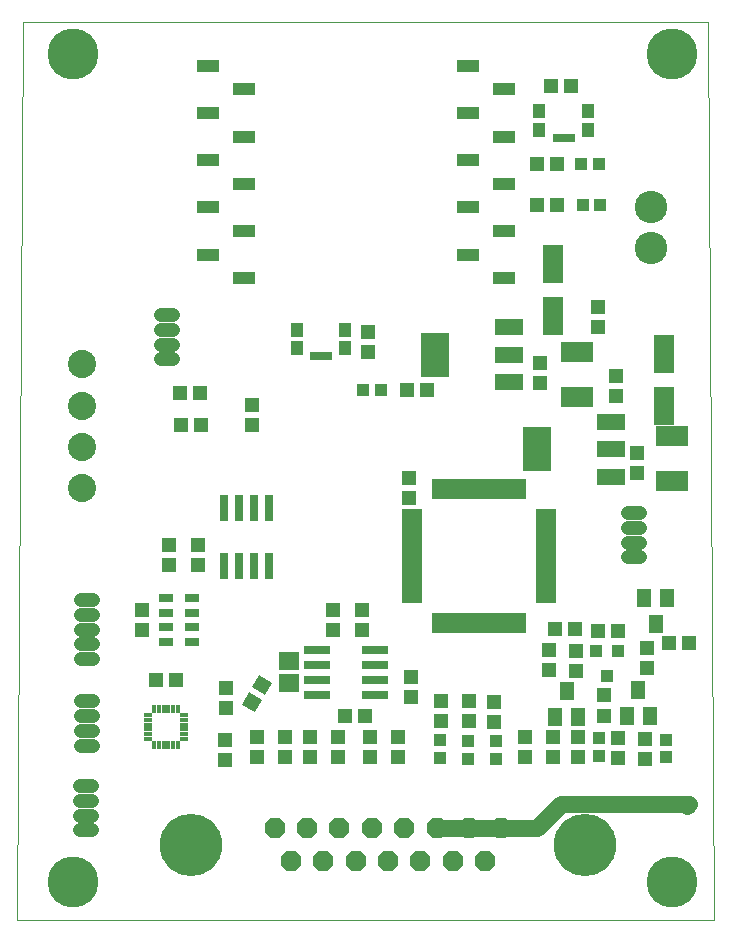
<source format=gts>
G75*
%MOIN*%
%OFA0B0*%
%FSLAX25Y25*%
%IPPOS*%
%LPD*%
%AMOC8*
5,1,8,0,0,1.08239X$1,22.5*
%
%ADD10C,0.00000*%
%ADD11C,0.05000*%
%ADD12C,0.05500*%
%ADD13R,0.04737X0.05131*%
%ADD14R,0.05131X0.04737*%
%ADD15R,0.07099X0.12611*%
%ADD16R,0.09600X0.05600*%
%ADD17R,0.09461X0.14973*%
%ADD18R,0.03950X0.03950*%
%ADD19R,0.04343X0.04737*%
%ADD20R,0.07493X0.02965*%
%ADD21R,0.07493X0.04146*%
%ADD22R,0.05131X0.03162*%
%ADD23C,0.10800*%
%ADD24R,0.03000X0.08600*%
%ADD25R,0.08600X0.03000*%
%ADD26R,0.06706X0.01981*%
%ADD27R,0.01981X0.06706*%
%ADD28R,0.01780X0.00414*%
%ADD29R,0.00414X0.01790*%
%ADD30R,0.01796X0.00398*%
%ADD31R,0.00404X0.01778*%
%ADD32R,0.00413X0.01781*%
%ADD33R,0.01799X0.00425*%
%ADD34R,0.00409X0.01784*%
%ADD35R,0.01778X0.00402*%
%ADD36R,0.01784X0.02749*%
%ADD37R,0.01745X0.03162*%
%ADD38R,0.02749X0.01784*%
%ADD39R,0.03162X0.01745*%
%ADD40C,0.04769*%
%ADD41OC8,0.06800*%
%ADD42C,0.20800*%
%ADD43R,0.06706X0.05918*%
%ADD44R,0.10800X0.06800*%
%ADD45C,0.09400*%
%ADD46R,0.04737X0.06312*%
%ADD47R,0.03950X0.04343*%
%ADD48C,0.17005*%
D10*
X0006969Y0009400D02*
X0008937Y0308613D01*
X0237283Y0308613D01*
X0239252Y0009400D01*
X0006969Y0009400D01*
D11*
X0167500Y0039400D02*
X0168000Y0039400D01*
D12*
X0180185Y0039900D02*
X0188185Y0047900D01*
X0230685Y0047900D01*
X0230185Y0047400D01*
X0180185Y0039900D02*
X0146685Y0039900D01*
D13*
X0133874Y0063554D03*
X0133874Y0070246D03*
X0138000Y0083554D03*
X0138000Y0090246D03*
X0112252Y0106054D03*
X0112252Y0112746D03*
G36*
X0085031Y0086819D02*
X0087399Y0090920D01*
X0091841Y0088355D01*
X0089473Y0084254D01*
X0085031Y0086819D01*
G37*
G36*
X0081685Y0081023D02*
X0084053Y0085124D01*
X0088495Y0082559D01*
X0086127Y0078458D01*
X0081685Y0081023D01*
G37*
X0076598Y0079813D03*
X0076598Y0086506D03*
X0076232Y0069152D03*
X0076232Y0062459D03*
X0104374Y0063554D03*
X0104374Y0070246D03*
X0067004Y0127522D03*
X0067004Y0134215D03*
X0057539Y0134396D03*
X0057539Y0127703D03*
X0048555Y0112589D03*
X0048555Y0105896D03*
X0123870Y0198491D03*
X0123870Y0205183D03*
X0136913Y0185900D03*
X0143606Y0185900D03*
X0137622Y0156498D03*
X0137622Y0149806D03*
X0181000Y0188369D03*
X0181000Y0195061D03*
X0200500Y0206869D03*
X0200500Y0213561D03*
X0206500Y0190498D03*
X0206500Y0183806D03*
X0213500Y0164998D03*
X0213500Y0158306D03*
X0207311Y0105727D03*
X0200618Y0105727D03*
X0192752Y0106215D03*
X0186059Y0106215D03*
X0224165Y0101628D03*
X0230858Y0101628D03*
X0186693Y0247471D03*
X0180000Y0247471D03*
X0180000Y0261408D03*
X0186693Y0261408D03*
D14*
X0184669Y0287187D03*
X0191362Y0287187D03*
X0085075Y0181002D03*
X0085075Y0174309D03*
X0068067Y0174097D03*
X0061374Y0174097D03*
X0061248Y0185030D03*
X0067941Y0185030D03*
X0121937Y0112746D03*
X0121937Y0106054D03*
X0122720Y0077400D03*
X0124374Y0070246D03*
X0124374Y0063554D03*
X0116028Y0077400D03*
X0113874Y0070246D03*
X0113874Y0063554D03*
X0096185Y0063554D03*
X0096185Y0070246D03*
X0086685Y0070246D03*
X0086685Y0063554D03*
X0059941Y0089239D03*
X0053248Y0089239D03*
X0148169Y0082113D03*
X0148169Y0075420D03*
X0157571Y0075538D03*
X0157571Y0082231D03*
X0165756Y0082046D03*
X0165756Y0075353D03*
X0176228Y0070176D03*
X0176228Y0063483D03*
X0185602Y0063609D03*
X0185602Y0070302D03*
X0193913Y0070302D03*
X0193913Y0063609D03*
X0202508Y0077416D03*
X0202508Y0084109D03*
X0193268Y0092254D03*
X0193268Y0098947D03*
X0184185Y0099246D03*
X0184185Y0092554D03*
X0207252Y0069849D03*
X0207252Y0063156D03*
X0216217Y0062935D03*
X0216217Y0069628D03*
X0216665Y0093254D03*
X0216665Y0099947D03*
D15*
X0222500Y0180491D03*
X0222500Y0197813D03*
X0185500Y0210554D03*
X0185500Y0227876D03*
D16*
X0170700Y0206815D03*
X0170700Y0197715D03*
X0170700Y0188615D03*
X0204700Y0175252D03*
X0204700Y0166152D03*
X0204700Y0157052D03*
D17*
X0180299Y0166152D03*
X0146299Y0197715D03*
D18*
X0128213Y0185900D03*
X0122307Y0185900D03*
X0195394Y0247471D03*
X0201299Y0247471D03*
X0200850Y0261231D03*
X0194945Y0261231D03*
X0200685Y0069853D03*
X0200685Y0063947D03*
X0223185Y0063447D03*
X0223185Y0069353D03*
X0166327Y0068924D03*
X0166327Y0063018D03*
X0157138Y0063018D03*
X0157138Y0068924D03*
X0147953Y0069239D03*
X0147953Y0063333D03*
D19*
X0116315Y0199754D03*
X0116315Y0206054D03*
X0100173Y0206054D03*
X0100173Y0199754D03*
X0180945Y0272538D03*
X0180945Y0278837D03*
X0197087Y0278837D03*
X0197087Y0272538D03*
D20*
X0189016Y0270077D03*
X0108244Y0197294D03*
D21*
X0082406Y0223152D03*
X0070594Y0231026D03*
X0070594Y0246774D03*
X0082406Y0238900D03*
X0082406Y0254648D03*
X0070594Y0262522D03*
X0082406Y0270396D03*
X0082406Y0286144D03*
X0070594Y0278270D03*
X0070594Y0294018D03*
X0157209Y0294018D03*
X0169020Y0286144D03*
X0169020Y0270396D03*
X0157209Y0262522D03*
X0169020Y0254648D03*
X0157209Y0246774D03*
X0157209Y0231026D03*
X0169020Y0238900D03*
X0169020Y0223152D03*
X0157209Y0278270D03*
D22*
X0065205Y0116664D03*
X0065205Y0111743D03*
X0065205Y0106821D03*
X0065205Y0101900D03*
X0056543Y0101900D03*
X0056543Y0106821D03*
X0056543Y0111743D03*
X0056543Y0116664D03*
D23*
X0218311Y0233262D03*
X0218311Y0247042D03*
D24*
X0090756Y0146486D03*
X0085756Y0146486D03*
X0080756Y0146486D03*
X0075756Y0146486D03*
X0075756Y0127086D03*
X0080756Y0127086D03*
X0085756Y0127086D03*
X0090756Y0127086D03*
D25*
X0106800Y0099400D03*
X0106800Y0094400D03*
X0106800Y0089400D03*
X0106800Y0084400D03*
X0126200Y0084400D03*
X0126200Y0089400D03*
X0126200Y0094400D03*
X0126200Y0099400D03*
D26*
X0138335Y0115821D03*
X0138335Y0117790D03*
X0138335Y0119758D03*
X0138335Y0121727D03*
X0138335Y0123695D03*
X0138335Y0125664D03*
X0138335Y0127632D03*
X0138335Y0129601D03*
X0138335Y0131569D03*
X0138335Y0133538D03*
X0138335Y0135506D03*
X0138335Y0137475D03*
X0138335Y0139443D03*
X0138335Y0141412D03*
X0138335Y0143380D03*
X0138335Y0145349D03*
X0183217Y0145349D03*
X0183217Y0143380D03*
X0183217Y0141412D03*
X0183217Y0139443D03*
X0183217Y0137475D03*
X0183217Y0135506D03*
X0183217Y0133538D03*
X0183217Y0131569D03*
X0183217Y0129601D03*
X0183217Y0127632D03*
X0183217Y0125664D03*
X0183217Y0123695D03*
X0183217Y0121727D03*
X0183217Y0119758D03*
X0183217Y0117790D03*
X0183217Y0115821D03*
D27*
X0175539Y0108144D03*
X0173571Y0108144D03*
X0171602Y0108144D03*
X0169634Y0108144D03*
X0167665Y0108144D03*
X0165697Y0108144D03*
X0163728Y0108144D03*
X0161760Y0108144D03*
X0159791Y0108144D03*
X0157823Y0108144D03*
X0155854Y0108144D03*
X0153886Y0108144D03*
X0151917Y0108144D03*
X0149949Y0108144D03*
X0147980Y0108144D03*
X0146012Y0108144D03*
X0146012Y0153026D03*
X0147980Y0153026D03*
X0149949Y0153026D03*
X0151917Y0153026D03*
X0153886Y0153026D03*
X0155854Y0153026D03*
X0157823Y0153026D03*
X0159791Y0153026D03*
X0161760Y0153026D03*
X0163728Y0153026D03*
X0165697Y0153026D03*
X0167665Y0153026D03*
X0169634Y0153026D03*
X0171602Y0153026D03*
X0173571Y0153026D03*
X0175539Y0153026D03*
D28*
X0052599Y0069063D03*
D29*
X0061070Y0069659D03*
D30*
X0060477Y0078134D03*
D31*
X0052001Y0077535D03*
D32*
X0052002Y0069660D03*
D33*
X0060478Y0069058D03*
D34*
X0061067Y0077532D03*
D35*
X0052598Y0078132D03*
D36*
X0052598Y0079709D03*
X0060472Y0079709D03*
X0060472Y0067485D03*
X0052598Y0067485D03*
D37*
X0054173Y0067691D03*
X0055748Y0067691D03*
X0057323Y0067691D03*
X0058898Y0067691D03*
X0058898Y0079502D03*
X0057323Y0079502D03*
X0055748Y0079502D03*
X0054173Y0079502D03*
D38*
X0050423Y0077534D03*
X0050423Y0069660D03*
X0062648Y0069660D03*
X0062648Y0077534D03*
D39*
X0062441Y0075959D03*
X0062441Y0074384D03*
X0062441Y0072809D03*
X0062441Y0071235D03*
X0050630Y0071235D03*
X0050630Y0072809D03*
X0050630Y0074384D03*
X0050630Y0075959D03*
D40*
X0032047Y0077207D02*
X0028079Y0077207D01*
X0028079Y0072286D02*
X0032047Y0072286D01*
X0032047Y0067365D02*
X0028079Y0067365D01*
X0027984Y0053896D02*
X0031953Y0053896D01*
X0031953Y0048975D02*
X0027984Y0048975D01*
X0027984Y0044054D02*
X0031953Y0044054D01*
X0031953Y0039132D02*
X0027984Y0039132D01*
X0028079Y0082128D02*
X0032047Y0082128D01*
X0032154Y0096187D02*
X0028185Y0096187D01*
X0028185Y0101109D02*
X0032154Y0101109D01*
X0032154Y0106030D02*
X0028185Y0106030D01*
X0028185Y0110951D02*
X0032154Y0110951D01*
X0032154Y0115872D02*
X0028185Y0115872D01*
X0054886Y0196089D02*
X0058854Y0196089D01*
X0058854Y0201010D02*
X0054886Y0201010D01*
X0054886Y0205931D02*
X0058854Y0205931D01*
X0058854Y0210853D02*
X0054886Y0210853D01*
X0210650Y0144912D02*
X0214618Y0144912D01*
X0214618Y0139991D02*
X0210650Y0139991D01*
X0210650Y0135069D02*
X0214618Y0135069D01*
X0214618Y0130148D02*
X0210650Y0130148D01*
D41*
X0168300Y0040000D03*
X0157500Y0040000D03*
X0146700Y0040000D03*
X0141300Y0028800D03*
X0130500Y0028800D03*
X0119700Y0028800D03*
X0114300Y0040000D03*
X0125100Y0040000D03*
X0135900Y0040000D03*
X0152100Y0028800D03*
X0162900Y0028800D03*
X0108900Y0028800D03*
X0098100Y0028800D03*
X0092700Y0040000D03*
X0103500Y0040000D03*
D42*
X0064900Y0034400D03*
X0196100Y0034400D03*
D43*
X0097500Y0088160D03*
X0097500Y0095640D03*
D44*
X0193500Y0183652D03*
X0193500Y0198652D03*
X0225000Y0170652D03*
X0225000Y0155652D03*
D45*
X0028622Y0153101D03*
X0028622Y0166880D03*
X0028622Y0180660D03*
X0028622Y0194439D03*
D46*
X0186299Y0076935D03*
X0193780Y0076935D03*
X0190039Y0085597D03*
X0210228Y0077412D03*
X0217709Y0077412D03*
X0213969Y0086073D03*
X0219685Y0108069D03*
X0215945Y0116731D03*
X0223425Y0116731D03*
D47*
X0207280Y0099014D03*
X0199799Y0099014D03*
X0203539Y0090746D03*
D48*
X0225000Y0021900D03*
X0025374Y0021900D03*
X0025374Y0297845D03*
X0225000Y0297845D03*
M02*

</source>
